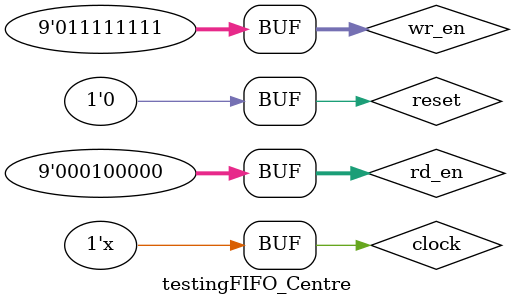
<source format=v>
`timescale 1us / 1ps

module testingFIFO_Centre;

	// Inputs
	reg clock;
	reg reset;
	reg [8:0] wr_en, rd_en;

	// Outputs
	wire [7:0] datastream0, datastream1, datastream2, datastream3, datastream4, datastream5, datastream6, datastream7;
	wire [8:0] fifo_state_full, fifo_state_empty;
	wire [13:0] DS0_rd_count, DS1_rd_count, DS2_rd_count, DS3_rd_count, DS4_rd_count, DS5_rd_count, DS6_rd_count, DS7_rd_count;
	wire [12:0] DS0_wr_count, DS1_wr_count, DS2_wr_count, DS3_wr_count, DS4_wr_count, DS5_wr_count, DS6_wr_count, DS7_wr_count;
	
	parameter sensor0 = 16'h4869, sensor1 = 16'h5B5D, sensor2 = 16'h6E49, sensor3 = 16'h3B29;
	parameter sensor4 = 16'h2829, sensor5 = 16'h3725, sensor6 = 16'h780A, sensor7 = 16'h7B2C;

	// Instantiate the Unit Under Test (UUT)
	FIFO_centre uut(
		.read_clock(clock),
		.write_clock(clock),
		.reset(reset),
		
		.DS0_in(sensor0), .DS1_in(sensor1), .DS2_in(sensor2), .DS3_in(sensor3), .DS4_in(sensor4), .DS5_in(sensor5), .DS6_in(sensor6), .DS7_in(sensor7),
		.DS0_out(datastream0), .DS1_out(datastream1), .DS2_out(datastream2), .DS3_out(datastream3), .DS4_out(datastream4), .DS5_out(datastream5), .DS6_out(datastream6), .DS7_out(datastream7),
		.DS0_rd_count(DS0_rd_count), .DS1_rd_count(DS1_rd_count), .DS2_rd_count(DS2_rd_count), .DS3_rd_count(DS3_rd_count), 
		.DS4_rd_count(DS4_rd_count), .DS5_rd_count(DS5_rd_count), .DS6_rd_count(DS6_rd_count), .DS7_rd_count(DS7_rd_count),
		.DS0_wr_count(DS0_wr_count), .DS1_wr_count(DS1_wr_count), .DS2_wr_count(DS2_wr_count), .DS3_wr_count(DS3_wr_count), 
		.DS4_wr_count(DS4_wr_count), .DS5_wr_count(DS5_wr_count), .DS6_wr_count(DS6_wr_count), .DS7_wr_count(DS7_wr_count),
		
		.AT_in(),
		.AT_out(),
		.AT_rd_count(),
		.AT_wr_count(),

		.write_enable(wr_en),
		.read_enable(rd_en),
		
		.full_flag(fifo_state_full), 
		.empty_flag(fifo_state_empty)
	);
	
	always begin
		#1 clock = !clock;
	end

	initial begin
		// Initialize Inputs
		clock = 0;
		reset = 1;
		wr_en = 9'h000;
		rd_en = 9'h000;

		// Wait 100 us for global reset to finish
		#100;
        
		// Add stimulus here
		#0 reset = 1'b0;
		#0 wr_en = 9'h0FF;
		
		#150 rd_en = 9'h020;
	end
	
endmodule


</source>
